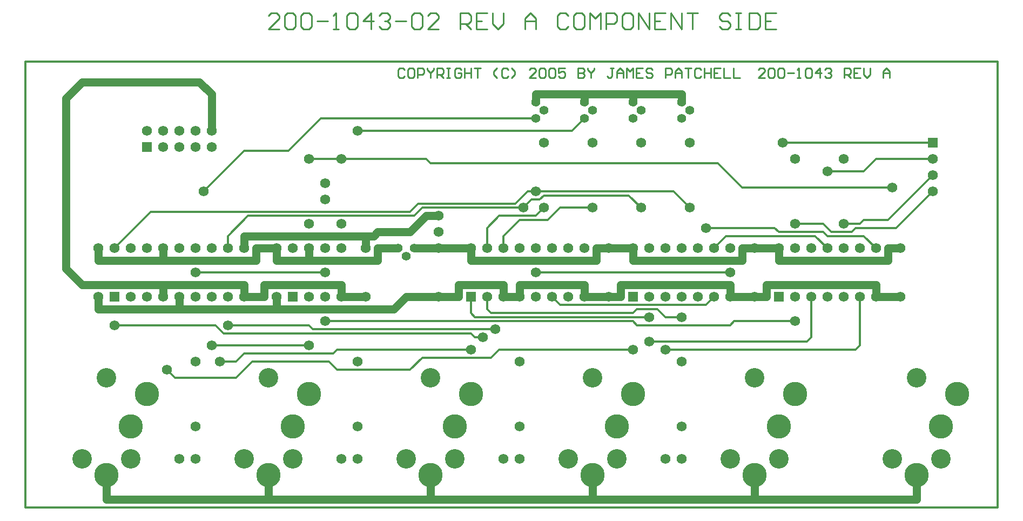
<source format=gtl>
*%FSLAX24Y24*%
*%MOIN*%
G01*
%ADD11C,0.0073*%
%ADD12C,0.0080*%
%ADD13C,0.0100*%
%ADD14C,0.0120*%
%ADD15C,0.0320*%
%ADD16C,0.0360*%
%ADD17C,0.0500*%
%ADD18C,0.0520*%
%ADD19C,0.0550*%
%ADD20C,0.0560*%
%ADD21C,0.0610*%
%ADD22C,0.0620*%
%ADD23C,0.0680*%
%ADD24C,0.0820*%
%ADD25C,0.0950*%
%ADD26C,0.1150*%
%ADD27C,0.1200*%
%ADD28C,0.1260*%
%ADD29C,0.1500*%
%ADD30C,0.1560*%
%ADD31R,0.0620X0.0620*%
%ADD32R,0.0680X0.0680*%
D13*
X80890Y93890D02*
X81556D01*
X80890D02*
X81556Y94556D01*
Y94723D01*
X81390Y94890D01*
X81057D01*
X80890Y94723D01*
X81890D02*
X82056Y94890D01*
X82390D01*
X82556Y94723D01*
Y94057D01*
X82390Y93890D01*
X82056D01*
X81890Y94057D01*
Y94723D01*
X82889D02*
X83056Y94890D01*
X83389D01*
X83556Y94723D01*
Y94057D01*
X83389Y93890D01*
X83056D01*
X82889Y94057D01*
Y94723D01*
X83889Y94390D02*
X84555D01*
X84889Y93890D02*
X85222D01*
X85055D01*
Y94890D01*
X85056D01*
X85055D02*
X84889Y94723D01*
X85722D02*
X85888Y94890D01*
X86222D01*
X86388Y94723D01*
Y94057D01*
X86222Y93890D01*
X85888D01*
X85722Y94057D01*
Y94723D01*
X87221Y94890D02*
Y93890D01*
X86721Y94390D02*
X87221Y94890D01*
X87388Y94390D02*
X86721D01*
X87721Y94723D02*
X87888Y94890D01*
X88221D01*
X88388Y94723D01*
Y94556D01*
X88389D01*
X88388D02*
X88389D01*
X88388D02*
X88389D01*
X88388D02*
X88221Y94390D01*
X88054D01*
X88221D01*
X88388Y94223D01*
Y94057D01*
X88221Y93890D01*
X87888D01*
X87721Y94057D01*
X88721Y94390D02*
X89387D01*
X89720Y94723D02*
X89887Y94890D01*
X90220D01*
X90387Y94723D01*
Y94057D01*
X90220Y93890D01*
X89887D01*
X89720Y94057D01*
Y94723D01*
X90720Y93890D02*
X91387D01*
X90720D02*
X91387Y94556D01*
Y94723D01*
X91220Y94890D01*
X90887D01*
X90720Y94723D01*
X92720Y94890D02*
Y93890D01*
Y94890D02*
X93219D01*
X93386Y94723D01*
Y94390D01*
X93219Y94223D01*
X92720D01*
X93053D02*
X93386Y93890D01*
X93719Y94890D02*
X94386D01*
X93719D02*
Y93890D01*
X94386D01*
X94052Y94390D02*
X93719D01*
X94719Y94223D02*
Y94890D01*
Y94223D02*
X95052Y93890D01*
X95385Y94223D01*
Y94890D01*
X96718Y94556D02*
Y93890D01*
Y94556D02*
X97051Y94890D01*
X97385Y94556D01*
Y93890D01*
Y94390D01*
X96718D01*
X99217Y94890D02*
X99384Y94723D01*
X99217Y94890D02*
X98884D01*
X98718Y94723D01*
Y94057D01*
X98884Y93890D01*
X99217D01*
X99384Y94057D01*
X99884Y94890D02*
X100217D01*
X99884D02*
X99717Y94723D01*
Y94057D01*
X99884Y93890D01*
X100217D01*
X100384Y94057D01*
Y94723D01*
X100217Y94890D01*
X100717D02*
Y93890D01*
X101050Y94556D02*
X100717Y94890D01*
X101050Y94556D02*
X101383Y94890D01*
Y93890D01*
X101717D02*
Y94890D01*
X102216D01*
X102383Y94723D01*
Y94390D01*
X102216Y94223D01*
X101717D01*
X102883Y94890D02*
X103216D01*
X102883D02*
X102716Y94723D01*
Y94057D01*
X102883Y93890D01*
X103216D01*
X103383Y94057D01*
Y94723D01*
X103216Y94890D01*
X103716D02*
Y93890D01*
X104382D02*
X103716Y94890D01*
X104382D02*
Y93890D01*
X104716Y94890D02*
X105382D01*
X104716D02*
Y93890D01*
X105382D01*
X105049Y94390D02*
X104716D01*
X105715Y93890D02*
Y94890D01*
X106382Y93890D01*
Y94890D01*
X106715D02*
X107381D01*
X107048D01*
Y93890D01*
X109214Y94890D02*
X109381Y94723D01*
X109214Y94890D02*
X108881D01*
X108714Y94723D01*
Y94556D01*
X108881Y94390D01*
X109214D01*
X109381Y94223D01*
Y94057D01*
X109214Y93890D01*
X108881D01*
X108714Y94057D01*
X109714Y94890D02*
X110047D01*
X109881D01*
Y93890D01*
X109714D01*
X110047D01*
X110547D02*
Y94890D01*
Y93890D02*
X111047D01*
X111214Y94057D01*
Y94723D01*
X111047Y94890D01*
X110547D01*
X111547D02*
X112213D01*
X111547D02*
Y93890D01*
X112213D01*
X111880Y94390D02*
X111547D01*
X89290Y91390D02*
X89190Y91490D01*
X88990D01*
X88890Y91390D01*
Y90990D01*
X88990Y90890D01*
X89190D01*
X89290Y90990D01*
X89590Y91490D02*
X89790D01*
X89590D02*
X89490Y91390D01*
Y90990D01*
X89590Y90890D01*
X89790D01*
X89890Y90990D01*
Y91390D01*
X89790Y91490D01*
X90090D02*
Y90890D01*
Y91490D02*
X90390D01*
X90489Y91390D01*
Y91190D01*
X90390Y91090D01*
X90090D01*
X90689Y91390D02*
Y91490D01*
Y91390D02*
X90889Y91190D01*
X91089Y91390D01*
Y91490D01*
X90889Y91190D02*
Y90890D01*
X91289D02*
Y91490D01*
X91589D01*
X91689Y91390D01*
Y91190D01*
X91589Y91090D01*
X91289D01*
X91489D02*
X91689Y90890D01*
X91889Y91490D02*
X92089D01*
X91989D01*
Y90890D01*
X91889D01*
X92089D01*
X92689Y91490D02*
X92789Y91390D01*
X92689Y91490D02*
X92489D01*
X92389Y91390D01*
Y90990D01*
X92489Y90890D01*
X92689D01*
X92789Y90990D01*
Y91190D01*
X92589D01*
X92989Y91490D02*
Y90890D01*
Y91190D01*
X93389D01*
Y91490D01*
Y90890D01*
X93588Y91490D02*
X93988D01*
X93788D01*
Y90890D01*
X94788Y91090D02*
X94988Y90890D01*
X94788Y91090D02*
Y91290D01*
X94988Y91490D01*
X95588D02*
X95688Y91390D01*
X95588Y91490D02*
X95388D01*
X95288Y91390D01*
Y90990D01*
X95388Y90890D01*
X95588D01*
X95688Y90990D01*
X95888Y90890D02*
X96088Y91090D01*
Y91290D01*
X95888Y91490D01*
X96987Y90890D02*
X97387D01*
X96987D02*
X97387Y91290D01*
Y91390D01*
X97287Y91490D01*
X97087D01*
X96987Y91390D01*
X97587D02*
X97687Y91490D01*
X97887D01*
X97987Y91390D01*
Y90990D01*
X97887Y90890D01*
X97687D01*
X97587Y90990D01*
Y91390D01*
X98187D02*
X98287Y91490D01*
X98487D01*
X98587Y91390D01*
Y90990D01*
X98487Y90890D01*
X98287D01*
X98187Y90990D01*
Y91390D01*
X98787Y91490D02*
X99187D01*
X98787D02*
Y91190D01*
X98987Y91290D01*
X99087D01*
X99187Y91190D01*
Y90990D01*
X99087Y90890D01*
X98887D01*
X98787Y90990D01*
X99986Y90890D02*
Y91490D01*
Y90890D02*
X100286D01*
X100386Y90990D01*
Y91090D01*
X100286Y91190D01*
X99986D01*
X99987D01*
X99986D02*
X99987D01*
X99986D02*
X99987D01*
X99986D02*
X100286D01*
X100386Y91290D01*
Y91390D01*
X100286Y91490D01*
X99986D01*
X100586D02*
Y91390D01*
X100786Y91190D01*
X100986Y91390D01*
Y91490D01*
X100786Y91190D02*
Y90890D01*
X101986Y91490D02*
X102186D01*
X102086D02*
X101986D01*
X102086D02*
Y90990D01*
X101986Y90890D01*
X101886D01*
X101786Y90990D01*
X102386Y90890D02*
Y91290D01*
X102586Y91490D01*
X102785Y91290D01*
Y90890D01*
Y91190D01*
X102386D01*
X102985Y90890D02*
Y91490D01*
X103185Y91290D01*
X103385Y91490D01*
Y90890D01*
X103585Y91490D02*
X103985D01*
X103585D02*
Y90890D01*
X103985D01*
X103785Y91190D02*
X103585D01*
X104485Y91490D02*
X104585Y91390D01*
X104485Y91490D02*
X104285D01*
X104185Y91390D01*
Y91290D01*
X104285Y91190D01*
X104485D01*
X104585Y91090D01*
Y90990D01*
X104485Y90890D01*
X104285D01*
X104185Y90990D01*
X105385Y90890D02*
Y91490D01*
X105685D01*
X105785Y91390D01*
Y91190D01*
X105685Y91090D01*
X105385D01*
X105984Y90890D02*
Y91290D01*
X106184Y91490D01*
X106384Y91290D01*
Y90890D01*
Y91190D01*
X105984D01*
X106584Y91490D02*
X106984D01*
X106784D01*
Y90890D01*
X107484Y91490D02*
X107584Y91390D01*
X107484Y91490D02*
X107284D01*
X107184Y91390D01*
Y90990D01*
X107284Y90890D01*
X107484D01*
X107584Y90990D01*
X107784Y90890D02*
Y91490D01*
Y91190D02*
Y90890D01*
Y91190D02*
X108184D01*
Y91490D01*
Y90890D01*
X108384Y91490D02*
X108784D01*
X108384D02*
Y90890D01*
X108784D01*
X108584Y91190D02*
X108384D01*
X108983Y91490D02*
Y90890D01*
X109383D01*
X109583D02*
Y91490D01*
Y90890D02*
X109983D01*
X111140D02*
X111540D01*
X111140D02*
X111540Y91290D01*
Y91390D01*
X111440Y91490D01*
X111240D01*
X111140Y91390D01*
X111740D02*
X111840Y91490D01*
X112040D01*
X112140Y91390D01*
Y90990D01*
X112040Y90890D01*
X111840D01*
X111740Y90990D01*
Y91390D01*
X112340D02*
X112440Y91490D01*
X112640D01*
X112739Y91390D01*
Y90990D01*
X112640Y90890D01*
X112440D01*
X112340Y90990D01*
Y91390D01*
X112939Y91190D02*
X113339D01*
X113539Y90890D02*
X113739D01*
X113639D01*
Y91490D01*
X113640D01*
X113639D02*
X113539Y91390D01*
X114039D02*
X114139Y91490D01*
X114339D01*
X114439Y91390D01*
Y90990D01*
X114339Y90890D01*
X114139D01*
X114039Y90990D01*
Y91390D01*
X114939Y91490D02*
Y90890D01*
X114639Y91190D02*
X114939Y91490D01*
X115039Y91190D02*
X114639D01*
X115239Y91390D02*
X115339Y91490D01*
X115539D01*
X115639Y91390D01*
Y91290D01*
X115640D01*
X115639D02*
X115640D01*
X115639D02*
X115640D01*
X115639D02*
X115539Y91190D01*
X115439D01*
X115539D01*
X115639Y91090D01*
Y90990D01*
X115539Y90890D01*
X115339D01*
X115239Y90990D01*
X116438Y90890D02*
Y91490D01*
X116738D01*
X116838Y91390D01*
Y91190D01*
X116738Y91090D01*
X116438D01*
X116638D02*
X116838Y90890D01*
X117038Y91490D02*
X117438D01*
X117038D02*
Y90890D01*
X117438D01*
X117238Y91190D02*
X117038D01*
X117638Y91090D02*
Y91490D01*
Y91090D02*
X117838Y90890D01*
X118038Y91090D01*
Y91490D01*
X118838Y91290D02*
Y90890D01*
Y91290D02*
X119037Y91490D01*
X119237Y91290D01*
Y90890D01*
Y91190D01*
X118838D01*
D14*
X79390Y86390D02*
X76890Y83890D01*
X108640Y85640D02*
X110140Y84140D01*
X84140Y88390D02*
X82140Y86390D01*
X73640Y82640D02*
X71390Y80390D01*
X78390Y81140D02*
X79640Y82390D01*
X119140Y82140D02*
X121890Y84890D01*
Y83890D02*
X119640Y81640D01*
X84890Y73890D02*
X79390D01*
X78890Y73390D02*
X77890D01*
X90390Y73640D02*
X94640D01*
X89640Y72890D02*
X85140D01*
X84640Y73390D02*
X79890D01*
X78890Y72390D02*
X75140D01*
X74640Y72890D01*
X104390Y74640D02*
X114140D01*
X117140Y74140D02*
X105390D01*
X103640Y75640D02*
X109390D01*
X109640Y75890D02*
X113390D01*
X103390D02*
X84390D01*
X93640Y74890D02*
X94140D01*
X93390Y75140D02*
X78140D01*
X77640Y75640D02*
X71390D01*
X83640Y75390D02*
X94890D01*
X83390Y75640D02*
X78390D01*
X85140Y74140D02*
X93390D01*
X95140D02*
X103390D01*
X83390Y74390D02*
X77390D01*
X98890Y76890D02*
X107890D01*
X104890Y76640D02*
X103640D01*
X105390Y76140D02*
X106390D01*
X103390Y76390D02*
X94640D01*
X93640Y76140D02*
X104390D01*
X78390Y80390D02*
Y81140D01*
X77640Y75640D02*
X78140Y75140D01*
X79390Y73890D02*
X78890Y73390D01*
Y72390D02*
X79890Y73390D01*
X97390Y78890D02*
X109390D01*
X84390D02*
X76390D01*
X109140Y81140D02*
X114640D01*
X115390D02*
X117640D01*
X115140Y81390D02*
X112390D01*
X112140Y81640D02*
X107890D01*
X115640Y81390D02*
X116890D01*
X117140Y81640D02*
X119640D01*
X100890Y82890D02*
X98890D01*
X98140Y82140D02*
X96390D01*
X97390Y82390D02*
X95140D01*
X97140Y83390D02*
X97640D01*
X97890Y83640D02*
X103140D01*
X89640Y82640D02*
X73640D01*
X79640Y82390D02*
X89890D01*
X90140Y83140D02*
X96140D01*
X96640Y82890D02*
X90390D01*
X116390Y81890D02*
X117390D01*
X117640Y82140D02*
X119140D01*
X115140Y81890D02*
X113390D01*
X83640Y75390D02*
X83390Y75640D01*
X84890Y73890D02*
X85140Y74140D01*
X84640Y73390D02*
X85140Y72890D01*
X90890Y85640D02*
X108640D01*
X110140Y84140D02*
X119390D01*
X105890Y83890D02*
X97390D01*
X96890D01*
X115390Y85140D02*
X117640D01*
X82140Y86390D02*
X79390D01*
X85390Y85890D02*
X90640D01*
X85390D02*
X83390D01*
X86390Y87640D02*
X99640D01*
X118390Y85890D02*
X121890D01*
Y86890D02*
X112640D01*
X97390Y88390D02*
X84140D01*
X90640Y85890D02*
X90890Y85640D01*
X90390Y82890D02*
X89890Y82390D01*
X89640Y82640D02*
X90140Y83140D01*
X90390Y73640D02*
X89640Y72890D01*
X94390Y76640D02*
Y77390D01*
X93390D02*
Y76390D01*
X94390Y80390D02*
Y81640D01*
Y76640D02*
X94640Y76390D01*
X93640Y76140D02*
X93390Y76390D01*
X94390Y81640D02*
X95140Y82390D01*
X93390Y75140D02*
X93640Y74890D01*
X94640Y73640D02*
X95140Y74140D01*
X95390Y80390D02*
Y81140D01*
X96390Y82140D01*
X96640Y82890D02*
X97140Y83390D01*
X96890Y83890D02*
X96390Y83390D01*
X96140Y83140D01*
X98390Y77390D02*
X98890Y76890D01*
X98140Y82140D02*
X98390Y82390D01*
X98890Y82890D01*
X97890D02*
X97390Y82390D01*
X97640Y83390D02*
X97890Y83640D01*
X99640Y87640D02*
X100390Y88390D01*
X103640Y76640D02*
X103390Y76390D01*
Y75890D02*
X103640Y75640D01*
X103890Y82890D02*
X103140Y83640D01*
X104890Y76640D02*
X105390Y76140D01*
X106890Y82890D02*
X105890Y83890D01*
X109140Y81140D02*
X108390Y80390D01*
Y77390D02*
X107890Y76890D01*
X109390Y75640D02*
X109640Y75890D01*
X112390Y81390D02*
X112140Y81640D01*
X114390Y77390D02*
Y74890D01*
X114140Y74640D01*
X115390Y80390D02*
X114640Y81140D01*
X115140Y81390D02*
X115390Y81140D01*
X115640Y81390D02*
X115140Y81890D01*
X117390Y77390D02*
Y74390D01*
X118390Y80390D02*
X117640Y81140D01*
X117390Y74390D02*
X117140Y74140D01*
X117640Y85140D02*
X118390Y85890D01*
X117640Y82140D02*
X117390Y81890D01*
X117140Y81640D02*
X116890Y81390D01*
X65890Y91890D02*
Y64390D01*
X125890D02*
Y91890D01*
Y64390D02*
X65890D01*
Y91890D02*
X125890D01*
D17*
X77390Y89890D02*
X76640Y90640D01*
X69390D02*
X68390Y89640D01*
Y79140D02*
X69390Y78140D01*
X87390Y81140D02*
X87640Y81390D01*
X89640D02*
X90640Y82390D01*
X89390Y77390D02*
X88640Y76640D01*
X90890Y64890D02*
X80890D01*
X90890D02*
X100890D01*
X110890D01*
X120890D01*
X80890D02*
X70890D01*
X68390Y79140D02*
Y89640D01*
X70890Y66390D02*
Y64890D01*
X70390Y76640D02*
Y77390D01*
Y79640D02*
Y80390D01*
X74390Y78140D02*
Y77390D01*
X75390D02*
Y76640D01*
X74390Y79640D02*
Y80390D01*
X77390Y87640D02*
Y89890D01*
X81390Y76640D02*
X88640D01*
X75390D02*
X70390D01*
X75390D02*
X81390D01*
X80640Y77390D02*
X79390D01*
X85390D02*
X86890D01*
X95390D02*
X96390D01*
X100390D02*
X101890D01*
X102640D01*
X109390D02*
X110890D01*
X111640D01*
X118390D02*
X119890D01*
X91390D02*
X89390D01*
X91390D02*
X92640D01*
X74390Y78140D02*
X69390D01*
X83390Y79640D02*
X87640D01*
X83390D02*
X81390D01*
X80140D02*
X74390D01*
X70390D01*
X74390Y78140D02*
X79390D01*
X80640D02*
X85390D01*
X92640D02*
X95390D01*
X96390D02*
X100390D01*
X102640D02*
X109390D01*
X111640D02*
X118390D01*
X119140Y79640D02*
X112390D01*
X110140D02*
X103390D01*
X101140D02*
X93390D01*
X80890Y66390D02*
Y64890D01*
X79390Y80390D02*
Y81140D01*
X80140Y80390D02*
Y79640D01*
X79390Y78140D02*
Y77390D01*
X80640D02*
Y78140D01*
X86890Y81140D02*
X87390D01*
X87640Y81390D02*
X89640D01*
X86890Y81140D02*
X79390D01*
X87640Y80390D02*
X88890D01*
X81390D02*
X80140D01*
X110890D02*
X112390D01*
X119140D02*
X119890D01*
X110890D02*
X110140D01*
X103390D02*
X101890D01*
X101140D01*
X93390D02*
X91390D01*
X89890D01*
X81390Y77390D02*
Y76640D01*
Y79640D02*
Y80390D01*
X90640Y82390D02*
X91390D01*
X83390Y80390D02*
Y79640D01*
X86890Y80390D02*
Y81140D01*
X85390Y78140D02*
Y77390D01*
X87640Y79640D02*
Y80390D01*
X90890Y66390D02*
Y65140D01*
Y64890D02*
Y66390D01*
Y65140D02*
Y64890D01*
X76640Y90640D02*
X69390D01*
X103390Y89890D02*
X106390D01*
X103390D02*
X100390D01*
X97390D01*
X92640Y78140D02*
Y77390D01*
X93390Y79640D02*
Y80390D01*
X95390Y78140D02*
Y77390D01*
X96390D02*
Y78140D01*
X97390Y89390D02*
Y89890D01*
X100390D02*
Y89390D01*
X100890Y66390D02*
Y64890D01*
X100390Y77390D02*
Y78140D01*
X102640D02*
Y77390D01*
X101140Y79640D02*
Y80390D01*
X103390Y89390D02*
Y89890D01*
Y80390D02*
Y79640D01*
X106390Y89390D02*
Y89890D01*
X109390Y78140D02*
Y77390D01*
X110140Y79640D02*
Y80390D01*
X110890Y66390D02*
Y64890D01*
X111640Y77390D02*
Y78140D01*
X112390Y79640D02*
Y80390D01*
X118390Y78140D02*
Y77390D01*
X119140Y79640D02*
Y80390D01*
X120890Y66390D02*
Y65140D01*
Y64890D01*
D19*
X106390Y88390D02*
D03*
Y89390D02*
D03*
X106890Y88890D02*
D03*
X103390Y88390D02*
D03*
Y89390D02*
D03*
X103890Y88890D02*
D03*
X97390Y88390D02*
D03*
Y89390D02*
D03*
X97890Y88890D02*
D03*
X100390Y88390D02*
D03*
Y89390D02*
D03*
X100890Y88890D02*
D03*
X88890Y80390D02*
D03*
X89390Y79890D02*
D03*
X89890Y80390D02*
D03*
D22*
X119390Y84140D02*
D03*
X115390Y85140D02*
D03*
X113390Y75890D02*
D03*
X112640Y86890D02*
D03*
X109390Y78890D02*
D03*
X107890Y81640D02*
D03*
X105390Y74140D02*
D03*
X106390Y76140D02*
D03*
X103390Y74140D02*
D03*
X104390Y76140D02*
D03*
Y74640D02*
D03*
X97390Y78890D02*
D03*
Y83890D02*
D03*
X96640Y82890D02*
D03*
X93390Y74140D02*
D03*
X94890Y75390D02*
D03*
X94140Y74890D02*
D03*
X86390Y87640D02*
D03*
X84390Y78890D02*
D03*
Y75890D02*
D03*
X83390Y74390D02*
D03*
X77890Y73390D02*
D03*
X78390Y75640D02*
D03*
X76390Y78890D02*
D03*
X77390Y74390D02*
D03*
X76890Y83890D02*
D03*
X74640Y72890D02*
D03*
X71390Y75640D02*
D03*
X121890Y85890D02*
D03*
Y84890D02*
D03*
Y83890D02*
D03*
X119890Y77390D02*
D03*
Y80390D02*
D03*
X116390Y81890D02*
D03*
Y85890D02*
D03*
X113390D02*
D03*
Y81890D02*
D03*
X106890Y86890D02*
D03*
Y82890D02*
D03*
X103890Y86890D02*
D03*
Y82890D02*
D03*
X106390Y69390D02*
D03*
Y73390D02*
D03*
X110890Y77390D02*
D03*
Y80390D02*
D03*
X103390D02*
D03*
X104390D02*
D03*
X105390D02*
D03*
X106390D02*
D03*
X107390D02*
D03*
X108390D02*
D03*
X109390D02*
D03*
Y77390D02*
D03*
X108390D02*
D03*
X107390D02*
D03*
X106390D02*
D03*
X105390D02*
D03*
X104390D02*
D03*
X112390Y80390D02*
D03*
X113390D02*
D03*
X114390D02*
D03*
X115390D02*
D03*
X116390D02*
D03*
X117390D02*
D03*
X118390D02*
D03*
Y77390D02*
D03*
X117390D02*
D03*
X116390D02*
D03*
X115390D02*
D03*
X114390D02*
D03*
X113390D02*
D03*
X106390Y67390D02*
D03*
X105390D02*
D03*
X91390Y77390D02*
D03*
Y80390D02*
D03*
X100890Y86890D02*
D03*
Y82890D02*
D03*
X97890Y86890D02*
D03*
Y82890D02*
D03*
X96390Y69390D02*
D03*
Y73390D02*
D03*
X101890Y77390D02*
D03*
Y80390D02*
D03*
X91390Y81390D02*
D03*
Y82390D02*
D03*
X93390Y80390D02*
D03*
X94390D02*
D03*
X95390D02*
D03*
X96390D02*
D03*
X97390D02*
D03*
X98390D02*
D03*
X99390D02*
D03*
X100390D02*
D03*
Y77390D02*
D03*
X99390D02*
D03*
X98390D02*
D03*
X97390D02*
D03*
X96390D02*
D03*
X95390D02*
D03*
X94390D02*
D03*
X96390Y67390D02*
D03*
X95390D02*
D03*
X76390Y87640D02*
D03*
X73390D02*
D03*
X74390Y86640D02*
D03*
Y87640D02*
D03*
X75390Y86640D02*
D03*
Y87640D02*
D03*
X76390Y86640D02*
D03*
X77390D02*
D03*
Y87640D02*
D03*
X79390Y80390D02*
D03*
Y77390D02*
D03*
X84390Y84390D02*
D03*
Y83390D02*
D03*
X85390Y85890D02*
D03*
Y81890D02*
D03*
X83390Y85890D02*
D03*
Y81890D02*
D03*
X86390Y69390D02*
D03*
Y73390D02*
D03*
X76390Y69390D02*
D03*
Y73390D02*
D03*
X81390Y77390D02*
D03*
Y80390D02*
D03*
X86890D02*
D03*
Y77390D02*
D03*
X82390Y80390D02*
D03*
X83390D02*
D03*
X84390D02*
D03*
X85390D02*
D03*
Y77390D02*
D03*
X84390D02*
D03*
X83390D02*
D03*
X76390Y67390D02*
D03*
X75390D02*
D03*
X86390D02*
D03*
X85390D02*
D03*
X70390Y77390D02*
D03*
Y80390D02*
D03*
X71390D02*
D03*
X72390D02*
D03*
X73390D02*
D03*
X74390D02*
D03*
X75390D02*
D03*
X76390D02*
D03*
X77390D02*
D03*
X78390D02*
D03*
Y77390D02*
D03*
X77390D02*
D03*
X76390D02*
D03*
X75390D02*
D03*
X74390D02*
D03*
X73390D02*
D03*
X72390D02*
D03*
D27*
X120890Y72390D02*
D03*
X122390Y67390D02*
D03*
X119390D02*
D03*
X110890Y72390D02*
D03*
X112390Y67390D02*
D03*
X109390D02*
D03*
X90890Y72390D02*
D03*
X92390Y67390D02*
D03*
X89390D02*
D03*
X100890Y72390D02*
D03*
X102390Y67390D02*
D03*
X99390D02*
D03*
X80890Y72390D02*
D03*
X82390Y67390D02*
D03*
X79390D02*
D03*
X70890Y72390D02*
D03*
X72390Y67390D02*
D03*
X69390D02*
D03*
D29*
X120890Y66390D02*
D03*
X122390Y69390D02*
D03*
X123390Y71390D02*
D03*
X110890Y66390D02*
D03*
X112390Y69390D02*
D03*
X113390Y71390D02*
D03*
X90890Y66390D02*
D03*
X92390Y69390D02*
D03*
X93390Y71390D02*
D03*
X100890Y66390D02*
D03*
X102390Y69390D02*
D03*
X103390Y71390D02*
D03*
X80890Y66390D02*
D03*
X82390Y69390D02*
D03*
X83390Y71390D02*
D03*
X70890Y66390D02*
D03*
X72390Y69390D02*
D03*
X73390Y71390D02*
D03*
D31*
X121890Y86890D02*
D03*
X103390Y77390D02*
D03*
X112390D02*
D03*
X93390D02*
D03*
X73390Y86640D02*
D03*
X82390Y77390D02*
D03*
X71390D02*
D03*
M02*

</source>
